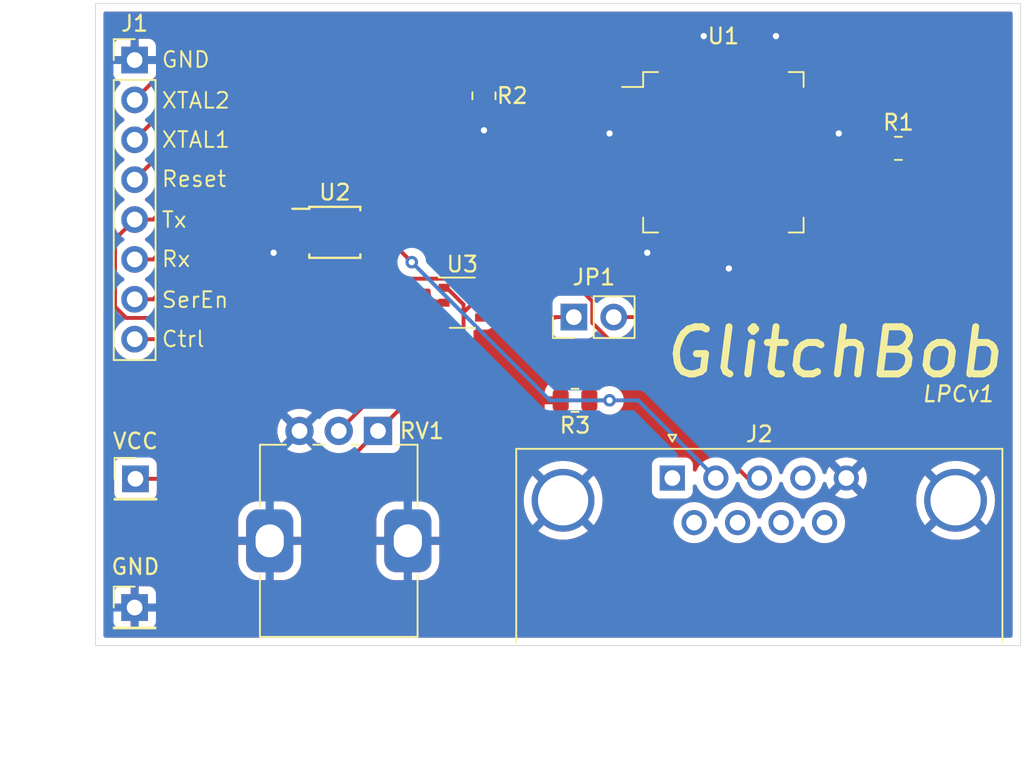
<source format=kicad_pcb>
(kicad_pcb (version 20211014) (generator pcbnew)
  (layers (0 "F.Cu" mixed) (31 "B.Cu" mixed) (34 "B.Paste" user) (35 "F.Paste" user) (36 "B.SilkS" user "B.Silkscreen") (37 "F.SilkS" user "F.Silkscreen") (38 "B.Mask" user) (39 "F.Mask" user) (44 "Edge.Cuts" user))
  (net 0 "")
  (net 1 "GND")
  (net 2 "/Ctrl")
  (net 3 "/XTAL1")
  (net 4 "/XTAL2")
  (net 5 "/Tx")
  (net 6 "/Rx")
  (net 7 "/Reset")
  (net 8 "/SerEn")
  (net 10 "Net-(J2-Pad2)")
  (net 11 "Net-(J2-Pad3)")
  (net 17 "/VCC.jp")
  (net 18 "/VCC.out")
  (net 19 "/ISP")
  (net 20 "VCC")
  (net 21 "Net-(RV1-Pad2)")
  (footprint "Resistor_SMD:R_0805_2012Metric" (layer "F.Cu") (at 152 71.4 -90)
    (fp_text reference "R2" (at 0 -1.8 180) (layer "F.SilkS"))
    (fp_text value "10K Ohm")
    (fp_line (start -0.227064 0.735) (end 0.227064 0.735) (layer "F.SilkS") (width 0.12))
    (fp_line (start -0.227064 -0.735) (end 0.227064 -0.735) (layer "F.SilkS") (width 0.12))
    (pad "1" smd roundrect (at -0.9125 0 270) (size 1.025 1.4) (layers "F.Cu" "F.Paste" "F.Mask") (roundrect_rratio 0.243902439) (net 7 "/Reset"))
    (pad "2" smd roundrect (at 0.9125 0 270) (size 1.025 1.4) (layers "F.Cu" "F.Paste" "F.Mask") (roundrect_rratio 0.243902439) (net 1 "GND"))
  )
  (footprint "Package_SO:TSSOP-8_3x3mm_P0.65mm" (layer "F.Cu") (at 142.5 80.1)
    (fp_text reference "U2" (at 0 -2.55) (layer "F.SilkS"))
    (fp_text value "74LVC2G66")
    (fp_line (start -1.625 1.625) (end -1.625 1.4) (layer "F.SilkS") (width 0.15))
    (fp_line (start 1.625 -1.625) (end 1.625 -1.4) (layer "F.SilkS") (width 0.15))
    (fp_line (start -1.625 -1.625) (end -1.625 -1.5) (layer "F.SilkS") (width 0.15))
    (fp_line (start -1.625 -1.5) (end -2.7 -1.5) (layer "F.SilkS") (width 0.15))
    (fp_line (start -1.625 -1.625) (end 1.625 -1.625) (layer "F.SilkS") (width 0.15))
    (fp_line (start 1.625 1.625) (end 1.625 1.4) (layer "F.SilkS") (width 0.15))
    (fp_line (start -1.625 1.625) (end 1.625 1.625) (layer "F.SilkS") (width 0.15))
    (pad "1" smd rect (at -2.15 -0.975) (size 1.1 0.4) (layers "F.Cu" "F.Paste" "F.Mask") (net 6 "/Rx"))
    (pad "2" smd rect (at -2.15 -0.325) (size 1.1 0.4) (layers "F.Cu" "F.Paste" "F.Mask") (net 11 "Net-(J2-Pad3)"))
    (pad "3" smd rect (at -2.15 0.325) (size 1.1 0.4) (layers "F.Cu" "F.Paste" "F.Mask") (net 8 "/SerEn"))
    (pad "4" smd rect (at -2.15 0.975) (size 1.1 0.4) (layers "F.Cu" "F.Paste" "F.Mask") (net 1 "GND"))
    (pad "5" smd rect (at 2.15 0.975) (size 1.1 0.4) (layers "F.Cu" "F.Paste" "F.Mask") (net 5 "/Tx"))
    (pad "6" smd rect (at 2.15 0.325) (size 1.1 0.4) (layers "F.Cu" "F.Paste" "F.Mask") (net 10 "Net-(J2-Pad2)"))
    (pad "7" smd rect (at 2.15 -0.325) (size 1.1 0.4) (layers "F.Cu" "F.Paste" "F.Mask") (net 8 "/SerEn"))
    (pad "8" smd rect (at 2.15 -0.975) (size 1.1 0.4) (layers "F.Cu" "F.Paste" "F.Mask") (net 20 "VCC"))
  )
  (footprint "Connector_PinHeader_2.54mm:PinHeader_1x01_P2.54mm_Vertical" (layer "F.Cu") (at 129.8 95.8)
    (fp_text reference "J3" hide)
    (fp_text value "Conn_01x01")
    (fp_line (start -1.33 1.33) (end 1.33 1.33) (layer "F.SilkS") (width 0.12))
    (fp_line (start -1.33 0) (end -1.33 -1.33) (layer "F.SilkS") (width 0.12))
    (fp_line (start -1.33 1.27) (end -1.33 1.33) (layer "F.SilkS") (width 0.12))
    (fp_line (start -1.33 -1.33) (end 0 -1.33) (layer "F.SilkS") (width 0.12))
    (fp_line (start -1.33 1.27) (end 1.33 1.27) (layer "F.SilkS") (width 0.12))
    (fp_line (start 1.33 1.27) (end 1.33 1.33) (layer "F.SilkS") (width 0.12))
    (pad "1" thru_hole rect (at 0 0) (size 1.7 1.7) (drill 1) (layers *.Cu *.Mask) (net 20 "VCC"))
  )
  (footprint "Connector_PinHeader_2.54mm:PinHeader_1x01_P2.54mm_Vertical" (layer "F.Cu") (at 129.75 104)
    (fp_text reference "J4" hide)
    (fp_text value "Conn_01x01")
    (fp_line (start -1.33 1.33) (end 1.33 1.33) (layer "F.SilkS") (width 0.12))
    (fp_line (start 1.33 1.27) (end 1.33 1.33) (layer "F.SilkS") (width 0.12))
    (fp_line (start -1.33 -1.33) (end 0 -1.33) (layer "F.SilkS") (width 0.12))
    (fp_line (start -1.33 0) (end -1.33 -1.33) (layer "F.SilkS") (width 0.12))
    (fp_line (start -1.33 1.27) (end 1.33 1.27) (layer "F.SilkS") (width 0.12))
    (fp_line (start -1.33 1.27) (end -1.33 1.33) (layer "F.SilkS") (width 0.12))
    (pad "1" thru_hole rect (at 0 0) (size 1.7 1.7) (drill 1) (layers *.Cu *.Mask) (net 1 "GND"))
  )
  (footprint "Connector_PinHeader_2.54mm:PinHeader_1x02_P2.54mm_Vertical" (layer "F.Cu") (at 157.725 85.5 90)
    (fp_text reference "JP1" (at 2.54 1.275 180) (layer "F.SilkS"))
    (fp_text value "Jumper_2_Bridged")
    (fp_line (start -1.33 -1.33) (end 0 -1.33) (layer "F.SilkS") (width 0.12))
    (fp_line (start -1.33 3.87) (end 1.33 3.87) (layer "F.SilkS") (width 0.12))
    (fp_line (start 1.33 1.27) (end 1.33 3.87) (layer "F.SilkS") (width 0.12))
    (fp_line (start -1.33 1.27) (end -1.33 3.87) (layer "F.SilkS") (width 0.12))
    (fp_line (start -1.33 1.27) (end 1.33 1.27) (layer "F.SilkS") (width 0.12))
    (fp_line (start -1.33 0) (end -1.33 -1.33) (layer "F.SilkS") (width 0.12))
    (pad "1" thru_hole rect (at 0 0 90) (size 1.7 1.7) (drill 1) (layers *.Cu *.Mask) (net 17 "/VCC.jp"))
    (pad "2" thru_hole oval (at 0 2.54 90) (size 1.7 1.7) (drill 1) (layers *.Cu *.Mask) (net 18 "/VCC.out"))
  )
  (footprint "Package_QFP:LQFP-64_10x10mm_P0.5mm" (layer "F.Cu") (at 167.25 75)
    (fp_text reference "U1" (at 0 -7.4) (layer "F.SilkS"))
    (fp_text value "LPC2142FBD64")
    (fp_line (start 4.16 5.11) (end 5.11 5.11) (layer "F.SilkS") (width 0.12))
    (fp_line (start 5.11 5.11) (end 5.11 4.16) (layer "F.SilkS") (width 0.12))
    (fp_line (start -4.16 -5.11) (end -5.11 -5.11) (layer "F.SilkS") (width 0.12))
    (fp_line (start -5.11 -5.11) (end -5.11 -4.16) (layer "F.SilkS") (width 0.12))
    (fp_line (start 4.16 -5.11) (end 5.11 -5.11) (layer "F.SilkS") (width 0.12))
    (fp_line (start 5.11 -5.11) (end 5.11 -4.16) (layer "F.SilkS") (width 0.12))
    (fp_line (start -5.11 -4.16) (end -6.45 -4.16) (layer "F.SilkS") (width 0.12))
    (fp_line (start -5.11 5.11) (end -5.11 4.16) (layer "F.SilkS") (width 0.12))
    (fp_line (start -4.16 5.11) (end -5.11 5.11) (layer "F.SilkS") (width 0.12))
    (pad "1" smd roundrect (at -5.675 -3.75) (size 1.55 0.3) (layers "F.Cu" "F.Paste" "F.Mask"))
    (pad "2" smd roundrect (at -5.675 -3.25) (size 1.55 0.3) (layers "F.Cu" "F.Paste" "F.Mask"))
    (pad "3" smd roundrect (at -5.675 -2.75) (size 1.55 0.3) (layers "F.Cu" "F.Paste" "F.Mask"))
    (pad "4" smd roundrect (at -5.675 -2.25) (size 1.55 0.3) (layers "F.Cu" "F.Paste" "F.Mask"))
    (pad "5" smd roundrect (at -5.675 -1.75) (size 1.55 0.3) (layers "F.Cu" "F.Paste" "F.Mask"))
    (pad "6" smd roundrect (at -5.675 -1.25) (size 1.55 0.3) (layers "F.Cu" "F.Paste" "F.Mask") (net 1 "GND"))
    (pad "7" smd roundrect (at -5.675 -0.75) (size 1.55 0.3) (layers "F.Cu" "F.Paste" "F.Mask") (net 18 "/VCC.out"))
    (pad "8" smd roundrect (at -5.675 -0.25) (size 1.55 0.3) (layers "F.Cu" "F.Paste" "F.Mask"))
    (pad "9" smd roundrect (at -5.675 0.25) (size 1.55 0.3) (layers "F.Cu" "F.Paste" "F.Mask"))
    (pad "10" smd roundrect (at -5.675 0.75) (size 1.55 0.3) (layers "F.Cu" "F.Paste" "F.Mask"))
    (pad "11" smd roundrect (at -5.675 1.25) (size 1.55 0.3) (layers "F.Cu" "F.Paste" "F.Mask"))
    (pad "12" smd roundrect (at -5.675 1.75) (size 1.55 0.3) (layers "F.Cu" "F.Paste" "F.Mask"))
    (pad "13" smd roundrect (at -5.675 2.25) (size 1.55 0.3) (layers "F.Cu" "F.Paste" "F.Mask"))
    (pad "14" smd roundrect (at -5.675 2.75) (size 1.55 0.3) (layers "F.Cu" "F.Paste" "F.Mask"))
    (pad "15" smd roundrect (at -5.675 3.25) (size 1.55 0.3) (layers "F.Cu" "F.Paste" "F.Mask"))
    (pad "16" smd roundrect (at -5.675 3.75) (size 1.55 0.3) (layers "F.Cu" "F.Paste" "F.Mask"))
    (pad "17" smd roundrect (at -3.75 5.675) (size 0.3 1.55) (layers "F.Cu" "F.Paste" "F.Mask"))
    (pad "18" smd roundrect (at -3.25 5.675) (size 0.3 1.55) (layers "F.Cu" "F.Paste" "F.Mask") (net 1 "GND"))
    (pad "19" smd roundrect (at -2.75 5.675) (size 0.3 1.55) (layers "F.Cu" "F.Paste" "F.Mask") (net 5 "/Tx"))
    (pad "20" smd roundrect (at -2.25 5.675) (size 0.3 1.55) (layers "F.Cu" "F.Paste" "F.Mask"))
    (pad "21" smd roundrect (at -1.75 5.675) (size 0.3 1.55) (layers "F.Cu" "F.Paste" "F.Mask") (net 6 "/Rx"))
    (pad "22" smd roundrect (at -1.25 5.675) (size 0.3 1.55) (layers "F.Cu" "F.Paste" "F.Mask"))
    (pad "23" smd roundrect (at -0.75 5.675) (size 0.3 1.55) (layers "F.Cu" "F.Paste" "F.Mask") (net 18 "/VCC.out"))
    (pad "24" smd roundrect (at -0.25 5.675) (size 0.3 1.55) (layers "F.Cu" "F.Paste" "F.Mask"))
    (pad "25" smd roundrect (at 0.25 5.675) (size 0.3 1.55) (layers "F.Cu" "F.Paste" "F.Mask") (net 1 "GND"))
    (pad "26" smd roundrect (at 0.75 5.675) (size 0.3 1.55) (layers "F.Cu" "F.Paste" "F.Mask"))
    (pad "27" smd roundrect (at 1.25 5.675) (size 0.3 1.55) (layers "F.Cu" "F.Paste" "F.Mask"))
    (pad "28" smd roundrect (at 1.75 5.675) (size 0.3 1.55) (layers "F.Cu" "F.Paste" "F.Mask"))
    (pad "29" smd roundrect (at 2.25 5.675) (size 0.3 1.55) (layers "F.Cu" "F.Paste" "F.Mask"))
    (pad "30" smd roundrect (at 2.75 5.675) (size 0.3 1.55) (layers "F.Cu" "F.Paste" "F.Mask"))
    (pad "31" smd roundrect (at 3.25 5.675) (size 0.3 1.55) (layers "F.Cu" "F.Paste" "F.Mask"))
    (pad "32" smd roundrect (at 3.75 5.675) (size 0.3 1.55) (layers "F.Cu" "F.Paste" "F.Mask"))
    (pad "33" smd roundrect (at 5.675 3.75) (size 1.55 0.3) (layers "F.Cu" "F.Paste" "F.Mask"))
    (pad "34" smd roundrect (at 5.675 3.25) (size 1.55 0.3) (layers "F.Cu" "F.Paste" "F.Mask"))
    (pad "35" smd roundrect (at 5.675 2.75) (size 1.55 0.3) (layers "F.Cu" "F.Paste" "F.Mask"))
    (pad "36" smd roundrect (at 5.675 2.25) (size 1.55 0.3) (layers "F.Cu" "F.Paste" "F.Mask"))
    (pad "37" smd roundrect (at 5.675 1.75) (size 1.55 0.3) (layers "F.Cu" "F.Paste" "F.Mask"))
    (pad "38" smd roundrect (at 5.675 1.25) (size 1.55 0.3) (layers "F.Cu" "F.Paste" "F.Mask"))
    (pad "39" smd roundrect (at 5.675 0.75) (size 1.55 0.3) (layers "F.Cu" "F.Paste" "F.Mask"))
    (pad "40" smd roundrect (at 5.675 0.25) (size 1.55 0.3) (layers "F.Cu" "F.Paste" "F.Mask"))
    (pad "41" smd roundrect (at 5.675 -0.25) (size 1.55 0.3) (layers "F.Cu" "F.Paste" "F.Mask") (net 19 "/ISP"))
    (pad "42" smd roundrect (at 5.675 -0.75) (size 1.55 0.3) (layers "F.Cu" "F.Paste" "F.Mask") (net 1 "GND"))
    (pad "43" smd roundrect (at 5.675 -1.25) (size 1.55 0.3) (layers "F.Cu" "F.Paste" "F.Mask") (net 18 "/VCC.out"))
    (pad "44" smd roundrect (at 5.675 -1.75) (size 1.55 0.3) (layers "F.Cu" "F.Paste" "F.Mask"))
    (pad "45" smd roundrect (at 5.675 -2.25) (size 1.55 0.3) (layers "F.Cu" "F.Paste" "F.Mask"))
    (pad "46" smd roundrect (at 5.675 -2.75) (size 1.55 0.3) (layers "F.Cu" "F.Paste" "F.Mask"))
    (pad "47" smd roundrect (at 5.675 -3.25) (size 1.55 0.3) (layers "F.Cu" "F.Paste" "F.Mask"))
    (pad "48" smd roundrect (at 5.675 -3.75) (size 1.55 0.3) (layers "F.Cu" "F.Paste" "F.Mask"))
    (pad "49" smd roundrect (at 3.75 -5.675) (size 0.3 1.55) (layers "F.Cu" "F.Paste" "F.Mask"))
    (pad "50" smd roundrect (at 3.25 -5.675) (size 0.3 1.55) (layers "F.Cu" "F.Paste" "F.Mask") (net 1 "GND"))
    (pad "51" smd roundrect (at 2.75 -5.675) (size 0.3 1.55) (layers "F.Cu" "F.Paste" "F.Mask") (net 18 "/VCC.out"))
    (pad "52" smd roundrect (at 2.25 -5.675) (size 0.3 1.55) (layers "F.Cu" "F.Paste" "F.Mask"))
    (pad "53" smd roundrect (at 1.75 -5.675) (size 0.3 1.55) (layers "F.Cu" "F.Paste" "F.Mask"))
    (pad "54" smd roundrect (at 1.25 -5.675) (size 0.3 1.55) (layers "F.Cu" "F.Paste" "F.Mask"))
    (pad "55" smd roundrect (at 0.75 -5.675) (size 0.3 1.55) (layers "F.Cu" "F.Paste" "F.Mask"))
    (pad "56" smd roundrect (at 0.25 -5.675) (size 0.3 1.55) (layers "F.Cu" "F.Paste" "F.Mask"))
    (pad "57" smd roundrect (at -0.25 -5.675) (size 0.3 1.55) (layers "F.Cu" "F.Paste" "F.Mask") (net 7 "/Reset"))
    (pad "58" smd roundrect (at -0.75 -5.675) (size 0.3 1.55) (layers "F.Cu" "F.Paste" "F.Mask"))
    (pad "59" smd roundrect (at -1.25 -5.675) (size 0.3 1.55) (layers "F.Cu" "F.Paste" "F.Mask") (net 1 "GND"))
    (pad "60" smd roundrect (at -1.75 -5.675) (size 0.3 1.55) (layers "F.Cu" "F.Paste" "F.Mask"))
    (pad "61" smd roundrect (at -2.25 -5.675) (size 0.3 1.55) (layers "F.Cu" "F.Paste" "F.Mask") (net 4 "/XTAL2"))
    (pad "62" smd roundrect (at -2.75 -5.675) (size 0.3 1.55) (layers "F.Cu" "F.Paste" "F.Mask") (net 3 "/XTAL1"))
    (pad "63" smd roundrect (at -3.25 -5.675) (size 0.3 1.55) (layers "F.Cu" "F.Paste" "F.Mask"))
    (pad "64" smd roundrect (at -3.75 -5.675) (size 0.3 1.55) (layers "F.Cu" "F.Paste" "F.Mask"))
  )
  (footprint "Resistor_SMD:R_0805_2012Metric" (layer "F.Cu") (at 178.4 74.75)
    (fp_text reference "R1" (at 0 -1.65) (layer "F.SilkS"))
    (fp_text value "10K Ohm")
    (fp_line (start -0.227064 -0.735) (end 0.227064 -0.735) (layer "F.SilkS") (width 0.12))
    (fp_line (start -0.227064 0.735) (end 0.227064 0.735) (layer "F.SilkS") (width 0.12))
    (pad "1" smd roundrect (at -0.9125 0) (size 1.025 1.4) (layers "F.Cu" "F.Paste" "F.Mask") (roundrect_rratio 0.243902439) (net 19 "/ISP"))
    (pad "2" smd roundrect (at 0.9125 0) (size 1.025 1.4) (layers "F.Cu" "F.Paste" "F.Mask") (roundrect_rratio 0.243902439) (net 1 "GND"))
  )
  (footprint "Connector_PinHeader_2.54mm:PinHeader_1x08_P2.54mm_Vertical" (layer "F.Cu") (at 129.75 69.125)
    (fp_text reference "J1" (at 0 -2.33) (layer "F.SilkS"))
    (fp_text value "Conn_02x04_Odd_Even")
    (fp_line (start -1.33 0) (end -1.33 -1.33) (layer "F.SilkS") (width 0.12))
    (fp_line (start -1.33 1.27) (end 1.33 1.27) (layer "F.SilkS") (width 0.12))
    (fp_line (start -1.33 19.11) (end 1.33 19.11) (layer "F.SilkS") (width 0.12))
    (fp_line (start -1.33 -1.33) (end 0 -1.33) (layer "F.SilkS") (width 0.12))
    (fp_line (start 1.33 1.27) (end 1.33 19.11) (layer "F.SilkS") (width 0.12))
    (fp_line (start -1.33 1.27) (end -1.33 19.11) (layer "F.SilkS") (width 0.12))
    (pad "1" thru_hole rect (at 0 0) (size 1.7 1.7) (drill 1) (layers *.Cu *.Mask) (net 1 "GND"))
    (pad "2" thru_hole oval (at 0 2.54) (size 1.7 1.7) (drill 1) (layers *.Cu *.Mask) (net 4 "/XTAL2"))
    (pad "3" thru_hole oval (at 0 5.08) (size 1.7 1.7) (drill 1) (layers *.Cu *.Mask) (net 3 "/XTAL1"))
    (pad "4" thru_hole oval (at 0 7.62) (size 1.7 1.7) (drill 1) (layers *.Cu *.Mask) (net 7 "/Reset"))
    (pad "5" thru_hole oval (at 0 10.16) (size 1.7 1.7) (drill 1) (layers *.Cu *.Mask) (net 5 "/Tx"))
    (pad "6" thru_hole oval (at 0 12.7) (size 1.7 1.7) (drill 1) (layers *.Cu *.Mask) (net 6 "/Rx"))
    (pad "7" thru_hole oval (at 0 15.24) (size 1.7 1.7) (drill 1) (layers *.Cu *.Mask) (net 8 "/SerEn"))
    (pad "8" thru_hole oval (at 0 17.78) (size 1.7 1.7) (drill 1) (layers *.Cu *.Mask) (net 2 "/Ctrl"))
  )
  (footprint "Resistor_SMD:R_0805_2012Metric" (layer "F.Cu") (at 157.8 90.8 180)
    (fp_text reference "R3" (at 0 -1.6) (layer "F.SilkS"))
    (fp_text value "10K Ohm")
    (fp_line (start -0.227064 0.735) (end 0.227064 0.735) (layer "F.SilkS") (width 0.12))
    (fp_line (start -0.227064 -0.735) (end 0.227064 -0.735) (layer "F.SilkS") (width 0.12))
    (pad "1" smd roundrect (at -0.9125 0 180) (size 1.025 1.4) (layers "F.Cu" "F.Paste" "F.Mask") (roundrect_rratio 0.243902439) (net 10 "Net-(J2-Pad2)"))
    (pad "2" smd roundrect (at 0.9125 0 180) (size 1.025 1.4) (layers "F.Cu" "F.Paste" "F.Mask") (roundrect_rratio 0.243902439) (net 1 "GND"))
  )
  (footprint "Potentiometer_THT:Potentiometer_Alps_RK09K_Single_Vertical" (layer "F.Cu") (at 145.25 92.75 -90)
    (fp_text reference "RV1" (at 0 -2.794 180) (layer "F.SilkS"))
    (fp_text value "10K Ohm")
    (fp_line (start 0.88 5.87) (end 0.88 7.52) (layer "F.SilkS") (width 0.12))
    (fp_line (start 0.88 -2.521) (end 0.88 -1.2) (layer "F.SilkS") (width 0.12))
    (fp_line (start 9.184 7.52) (end 13.12 7.52) (layer "F.SilkS") (width 0.12))
    (fp_line (start 0.88 7.52) (end 4.817 7.52) (layer "F.SilkS") (width 0.12))
    (fp_line (start 0.88 3.371) (end 0.88 4.13) (layer "F.SilkS") (width 0.12))
    (fp_line (start 13.12 -2.521) (end 13.12 7.52) (layer "F.SilkS") (width 0.12))
    (fp_line (start 9.184 -2.521) (end 13.12 -2.521) (layer "F.SilkS") (width 0.12))
    (fp_line (start 0.88 -2.521) (end 4.817 -2.521) (layer "F.SilkS") (width 0.12))
    (fp_line (start 0.88 1.25) (end 0.88 1.63) (layer "F.SilkS") (width 0.12))
    (pad "1" thru_hole rect (at 0 0 270) (size 1.8 1.8) (drill 1) (layers *.Cu *.Mask) (net 20 "VCC"))
    (pad "2" thru_hole circle (at 0 2.5 270) (size 1.8 1.8) (drill 1) (layers *.Cu *.Mask) (net 21 "Net-(RV1-Pad2)"))
    (pad "3" thru_hole circle (at 0 5 270) (size 1.8 1.8) (drill 1) (layers *.Cu *.Mask) (net 1 "GND"))
    (pad "MP" thru_hole roundrect (at 7 -1.9 270) (size 4 3) (drill oval 2.1 1.8) (layers *.Cu *.Mask) (net 1 "GND"))
    (pad "MP" thru_hole roundrect (at 7 6.9 270) (size 4 3) (drill oval 2.1 1.8) (layers *.Cu *.Mask) (net 1 "GND"))
  )
  (footprint "Connector_Dsub:DSUB-9_Male_Horizontal_P2.77x2.84mm_EdgePinOffset7.70mm_Housed_MountingHolesOffset9.12mm" (layer "F.Cu") (at 164 95.75)
    (fp_text reference "J2" (at 5.54 -2.8) (layer "F.SilkS"))
    (fp_text value "DB9_Male")
    (fp_line (start 0 -2.321325) (end -0.25 -2.754338) (layer "F.SilkS") (width 0.12))
    (fp_line (start -9.945 -1.86) (end 21.025 -1.86) (layer "F.SilkS") (width 0.12))
    (fp_line (start -9.945 10.48) (end -9.945 -1.86) (layer "F.SilkS") (width 0.12))
    (fp_line (start 21.025 -1.86) (end 21.025 10.48) (layer "F.SilkS") (width 0.12))
    (fp_line (start -0.25 -2.754338) (end 0.25 -2.754338) (layer "F.SilkS") (width 0.12))
    (fp_line (start 0.25 -2.754338) (end 0 -2.321325) (layer "F.SilkS") (width 0.12))
    (pad "0" thru_hole circle (at -6.96 1.42) (size 4 4) (drill 3.2) (layers *.Cu *.Mask) (net 1 "GND"))
    (pad "0" thru_hole circle (at 18.04 1.42) (size 4 4) (drill 3.2) (layers *.Cu *.Mask) (net 1 "GND"))
    (pad "1" thru_hole rect (at 0 0) (size 1.6 1.6) (drill 1) (layers *.Cu *.Mask))
    (pad "2" thru_hole circle (at 2.77 0) (size 1.6 1.6) (drill 1) (layers *.Cu *.Mask) (net 10 "Net-(J2-Pad2)"))
    (pad "3" thru_hole circle (at 5.54 0) (size 1.6 1.6) (drill 1) (layers *.Cu *.Mask) (net 11 "Net-(J2-Pad3)"))
    (pad "4" thru_hole circle (at 8.31 0) (size 1.6 1.6) (drill 1) (layers *.Cu *.Mask))
    (pad "5" thru_hole circle (at 11.08 0) (size 1.6 1.6) (drill 1) (layers *.Cu *.Mask) (net 1 "GND"))
    (pad "6" thru_hole circle (at 1.385 2.84) (size 1.6 1.6) (drill 1) (layers *.Cu *.Mask))
    (pad "7" thru_hole circle (at 4.155 2.84) (size 1.6 1.6) (drill 1) (layers *.Cu *.Mask))
    (pad "8" thru_hole circle (at 6.925 2.84) (size 1.6 1.6) (drill 1) (layers *.Cu *.Mask))
    (pad "9" thru_hole circle (at 9.695 2.84) (size 1.6 1.6) (drill 1) (layers *.Cu *.Mask))
  )
  (footprint "Package_SO:TSOP-6_1.65x3.05mm_P0.95mm" (layer "F.Cu") (at 150.622 84.582)
    (fp_text reference "U3" (at 0 -2.45) (layer "F.SilkS"))
    (fp_text value "74LVC1G3157")
    (fp_line (start -0.8 1.6) (end 0.8 1.6) (layer "F.SilkS") (width 0.12))
    (fp_line (start 0.8 -1.6) (end -1.5 -1.6) (layer "F.SilkS") (width 0.12))
    (pad "1" smd rect (at -1.16 -0.95) (size 0.7 0.51) (layers "F.Cu" "F.Paste" "F.Mask") (net 20 "VCC"))
    (pad "2" smd rect (at -1.16 0) (size 0.7 0.51) (layers "F.Cu" "F.Paste" "F.Mask") (net 1 "GND"))
    (pad "3" smd rect (at -1.16 0.95) (size 0.7 0.51) (layers "F.Cu" "F.Paste" "F.Mask") (net 21 "Net-(RV1-Pad2)"))
    (pad "4" smd rect (at 1.16 0.95) (size 0.7 0.51) (layers "F.Cu" "F.Paste" "F.Mask") (net 17 "/VCC.jp"))
    (pad "5" smd rect (at 1.16 0) (size 0.7 0.51) (layers "F.Cu" "F.Paste" "F.Mask") (net 20 "VCC"))
    (pad "6" smd rect (at 1.16 -0.95) (size 0.7 0.51) (layers "F.Cu" "F.Paste" "F.Mask") (net 2 "/Ctrl"))
  )
  (gr_line (start 127.254 106.426) (end 127.254 65.532) (layer "Edge.Cuts") (width 0.05))
  (gr_line (start 186.182 106.426) (end 127.254 106.426) (layer "Edge.Cuts") (width 0.05))
  (gr_line (start 127.254 65.532) (end 186.182 65.532) (layer "Edge.Cuts") (width 0.05))
  (gr_line (start 186.182 65.532) (end 186.182 106.426) (layer "Edge.Cuts") (width 0.05))
  (gr_text "VCC" (at 129.8 93.4) (layer "F.SilkS") (effects (font (size 1 1))))
  (gr_text "LPCv1" (at 182.2 90.4) (layer "F.SilkS") (effects (font (size 1 1) (thickness 0.15) italic)))
  (gr_text "GND" (at 129.8 101.4) (layer "F.SilkS") (effects (font (size 1 1))))
  (gr_text "XTAL1" (at 131.4 74.2) (layer "F.SilkS") (effects (font (size 1 1) (thickness 0.125)) (justify left)))
  (gr_text "Ctrl" (at 131.4 86.9) (layer "F.SilkS") (effects (font (size 1 1) (thickness 0.125)) (justify left)))
  (gr_text "Tx" (at 131.4 79.3) (layer "F.SilkS") (effects (font (size 1 1) (thickness 0.125)) (justify left)))
  (gr_text "GlitchBob" (at 174.25 87.75) (layer "F.SilkS") (effects (font (size 3 3) (thickness 0.45) italic)))
  (gr_text "XTAL2" (at 131.4 71.7) (layer "F.SilkS") (effects (font (size 1 1) (thickness 0.125)) (justify left)))
  (gr_text "Reset" (at 131.4 76.7) (layer "F.SilkS") (effects (font (size 1 1) (thickness 0.125)) (justify left)))
  (gr_text "Rx" (at 131.4 81.8) (layer "F.SilkS") (effects (font (size 1 1) (thickness 0.125)) (justify left)))
  (gr_text "GND" (at 131.4 69.1) (layer "F.SilkS") (effects (font (size 1 1) (thickness 0.125)) (justify left)))
  (gr_text "SerEn" (at 131.4 84.4) (layer "F.SilkS") (effects (font (size 1 1) (thickness 0.125)) (justify left)))
  (segment (start 162.4 81.4) (end 162.775 81.775) (width 0.25) (layer "F.Cu") (net 1))
  (segment (start 163.740685 81.775) (end 164 81.515685) (width 0.25) (layer "F.Cu") (net 1))
  (segment (start 160.05 73.75) (end 161.575 73.75) (width 0.25) (layer "F.Cu") (net 1))
  (segment (start 164 81.515685) (end 164 80.675) (width 0.25) (layer "F.Cu") (net 1))
  (segment (start 160 73.8) (end 160.05 73.75) (width 0.25) (layer "F.Cu") (net 1))
  (segment (start 138.925 81.075) (end 138.6 81.4) (width 0.25) (layer "F.Cu") (net 1))
  (segment (start 140.35 81.075) (end 138.925 81.075) (width 0.25) (layer "F.Cu") (net 1))
  (segment (start 167.5 82.3) (end 167.5 80.675) (width 0.25) (layer "F.Cu") (net 1))
  (segment (start 166 67.8) (end 166 67.6) (width 0.25) (layer "F.Cu") (net 1))
  (segment (start 170.5 67.7) (end 170.5 69.325) (width 0.25) (layer "F.Cu") (net 1))
  (segment (start 172.925 74.25) (end 174.15 74.25) (width 0.25) (layer "F.Cu") (net 1))
  (segment (start 174.15 74.25) (end 174.6 73.8) (width 0.25) (layer "F.Cu") (net 1))
  (segment (start 167.6 82.4) (end 167.5 82.3) (width 0.25) (layer "F.Cu") (net 1))
  (segment (start 170.6 67.6) (end 170.5 67.7) (width 0.25) (layer "F.Cu") (net 1))
  (segment (start 166 69.325) (end 166 67.8) (width 0.25) (layer "F.Cu") (net 1))
  (segment (start 162.775 81.775) (end 163.740685 81.775) (width 0.25) (layer "F.Cu") (net 1))
  (via (at 138.6 81.4) (size 0.8) (drill 0.4) (layers "F.Cu" "B.Cu") (net 1))
  (via (at 162.4 81.4) (size 0.8) (drill 0.4) (layers "F.Cu" "B.Cu") (net 1))
  (via (at 170.6 67.6) (size 0.8) (drill 0.4) (layers "F.Cu" "B.Cu") (net 1))
  (via (at 174.6 73.8) (size 0.8) (drill 0.4) (layers "F.Cu" "B.Cu") (net 1))
  (via (at 167.6 82.4) (size 0.8) (drill 0.4) (layers "F.Cu" "B.Cu") (net 1))
  (via (at 166 67.6) (size 0.8) (drill 0.4) (layers "F.Cu" "B.Cu") (net 1))
  (via (at 152 73.6) (size 0.8) (drill 0.4) (layers "F.Cu" "B.Cu") (net 1))
  (via (at 160 73.8) (size 0.8) (drill 0.4) (layers "F.Cu" "B.Cu") (net 1))
  (segment (start 151.782 83.632) (end 151.2019 83.0519) (width 0.25) (layer "F.Cu") (net 2))
  (segment (start 137.895 86.905) (end 129.75 86.905) (width 0.25) (layer "F.Cu") (net 2))
  (segment (start 141.7481 83.0519) (end 137.895 86.905) (width 0.25) (layer "F.Cu") (net 2))
  (segment (start 151.2019 83.0519) (end 141.7481 83.0519) (width 0.25) (layer "F.Cu") (net 2))
  (segment (start 129.75 74.205) (end 135.755 68.2) (width 0.25) (layer "F.Cu") (net 3))
  (segment (start 164.5 68.484315) (end 164.5 69.325) (width 0.25) (layer "F.Cu") (net 3))
  (segment (start 164.215685 68.2) (end 164.5 68.484315) (width 0.25) (layer "F.Cu") (net 3))
  (segment (start 135.755 68.2) (end 164.215685 68.2) (width 0.25) (layer "F.Cu") (net 3))
  (segment (start 134.015 67.4) (end 129.75 71.665) (width 0.25) (layer "F.Cu") (net 4))
  (segment (start 164.4 67.4) (end 134.015 67.4) (width 0.25) (layer "F.Cu") (net 4))
  (segment (start 165 68) (end 164.4 67.4) (width 0.25) (layer "F.Cu") (net 4))
  (segment (start 165 69.325) (end 165 68) (width 0.25) (layer "F.Cu") (net 4))
  (segment (start 164.2161 79.5095) (end 156.3095 79.5095) (width 0.25) (layer "F.Cu") (net 5))
  (segment (start 128.5 84.8388) (end 128.5 80.535) (width 0.25) (layer "F.Cu") (net 5))
  (segment (start 137.6492 85.5508) (end 142.125 81.075) (width 0.25) (layer "F.Cu") (net 5))
  (segment (start 164.5 80.675) (end 164.5 79.7934) (width 0.25) (layer "F.Cu") (net 5))
  (segment (start 154 77.2) (end 133.0101 77.2) (width 0.25) (layer "F.Cu") (net 5))
  (segment (start 129.212 85.5508) (end 137.6492 85.5508) (width 0.25) (layer "F.Cu") (net 5))
  (segment (start 128.5 80.535) (end 129.75 79.285) (width 0.25) (layer "F.Cu") (net 5))
  (segment (start 133.0101 77.2) (end 130.9251 79.285) (width 0.25) (layer "F.Cu") (net 5))
  (segment (start 156.3095 79.5095) (end 154 77.2) (width 0.25) (layer "F.Cu") (net 5))
  (segment (start 142.125 81.075) (end 144.65 81.075) (width 0.25) (layer "F.Cu") (net 5))
  (segment (start 128.5 84.8388) (end 129.212 85.5508) (width 0.25) (layer "F.Cu") (net 5))
  (segment (start 130.9251 79.285) (end 129.75 79.285) (width 0.25) (layer "F.Cu") (net 5))
  (segment (start 164.5 79.7934) (end 164.2161 79.5095) (width 0.25) (layer "F.Cu") (net 5))
  (segment (start 141.2251 79.125) (end 140.35 79.125) (width 0.25) (layer "F.Cu") (net 6))
  (segment (start 153.4 77.8) (end 142.5501 77.8) (width 0.25) (layer "F.Cu") (net 6))
  (segment (start 142.5501 77.8) (end 141.2251 79.125) (width 0.25) (layer "F.Cu") (net 6))
  (segment (start 164.4175 82.6) (end 158.2 82.6) (width 0.25) (layer "F.Cu") (net 6))
  (segment (start 165.5 81.5175) (end 164.4175 82.6) (width 0.25) (layer "F.Cu") (net 6))
  (segment (start 133.6251 79.125) (end 140.35 79.125) (width 0.25) (layer "F.Cu") (net 6))
  (segment (start 165.5 80.675) (end 165.5 81.5175) (width 0.25) (layer "F.Cu") (net 6))
  (segment (start 130.9251 81.825) (end 133.6251 79.125) (width 0.25) (layer "F.Cu") (net 6))
  (segment (start 158.2 82.6) (end 153.4 77.8) (width 0.25) (layer "F.Cu") (net 6))
  (segment (start 129.75 81.825) (end 130.9251 81.825) (width 0.25) (layer "F.Cu") (net 6))
  (segment (start 167 70.300001) (end 166.875001 70.425) (width 0.25) (layer "F.Cu") (net 7))
  (segment (start 166.875001 70.425) (end 152.0625 70.425) (width 0.25) (layer "F.Cu") (net 7))
  (segment (start 167 69.325) (end 167 70.300001) (width 0.25) (layer "F.Cu") (net 7))
  (segment (start 152.0625 70.425) (end 152 70.4875) (width 0.25) (layer "F.Cu") (net 7))
  (segment (start 136.0075 70.4875) (end 129.75 76.745) (width 0.25) (layer "F.Cu") (net 7))
  (segment (start 152 70.4875) (end 136.0075 70.4875) (width 0.25) (layer "F.Cu") (net 7))
  (segment (start 144.65 79.775) (end 142.6153 79.775) (width 0.25) (layer "F.Cu") (net 8))
  (segment (start 130.9251 84.365) (end 134.8651 80.425) (width 0.25) (layer "F.Cu") (net 8))
  (segment (start 142.6153 79.775) (end 141.9653 80.425) (width 0.25) (layer "F.Cu") (net 8))
  (segment (start 129.75 84.365) (end 130.9251 84.365) (width 0.25) (layer "F.Cu") (net 8))
  (segment (start 134.8651 80.425) (end 140.35 80.425) (width 0.25) (layer "F.Cu") (net 8))
  (segment (start 141.9653 80.425) (end 140.35 80.425) (width 0.25) (layer "F.Cu") (net 8))
  (segment (start 158.7125 90.8) (end 160 90.8) (width 0.25) (layer "F.Cu") (net 10))
  (segment (start 144.65 80.425) (end 145.825 80.425) (width 0.25) (layer "F.Cu") (net 10))
  (segment (start 145.825 80.425) (end 147.4 82) (width 0.25) (layer "F.Cu") (net 10))
  (via (at 160 90.8) (size 0.8) (drill 0.4) (layers "F.Cu" "B.Cu") (net 10))
  (via (at 147.4 82) (size 0.8) (drill 0.4) (layers "F.Cu" "B.Cu") (net 10))
  (segment (start 160 90.8) (end 161.82 90.8) (width 0.25) (layer "B.Cu") (net 10))
  (segment (start 156.2 90.8) (end 147.4 82) (width 0.25) (layer "B.Cu") (net 10))
  (segment (start 160 90.8) (end 156.2 90.8) (width 0.25) (layer "B.Cu") (net 10))
  (segment (start 161.82 90.8) (end 166.77 95.75) (width 0.25) (layer "B.Cu") (net 10))
  (segment (start 158.9002 84.4855) (end 153.0145 78.5998) (width 0.25) (layer "F.Cu") (net 11))
  (segment (start 141.6988 79.775) (end 140.35 79.775) (width 0.25) (layer "F.Cu") (net 11))
  (segment (start 153.0145 78.5998) (end 142.874 78.5998) (width 0.25) (layer "F.Cu") (net 11))
  (segment (start 158.9002 85.8627) (end 158.9002 84.4855) (width 0.25) (layer "F.Cu") (net 11))
  (segment (start 169.54 95.75) (end 168.7875 95.75) (width 0.25) (layer "F.Cu") (net 11))
  (segment (start 142.874 78.5998) (end 141.6988 79.775) (width 0.25) (layer "F.Cu") (net 11))
  (segment (start 168.7875 95.75) (end 158.9002 85.8627) (width 0.25) (layer "F.Cu") (net 11))
  (segment (start 156.5179 85.532) (end 156.5499 85.5) (width 0.25) (layer "F.Cu") (net 17))
  (segment (start 157.725 85.5) (end 156.5499 85.5) (width 0.25) (layer "F.Cu") (net 17))
  (segment (start 151.782 85.532) (end 156.5179 85.532) (width 0.25) (layer "F.Cu") (net 17))
  (segment (start 166.5 80.675) (end 166.5 77.4) (width 0.25) (layer "F.Cu") (net 18))
  (segment (start 170 69.325) (end 170 71.727) (width 0.25) (layer "F.Cu") (net 18))
  (segment (start 166.5 77.3) (end 170 73.8) (width 0.25) (layer "F.Cu") (net 18))
  (segment (start 170 73.75) (end 172.925 73.75) (width 0.25) (layer "F.Cu") (net 18))
  (segment (start 170 71.727) (end 170 73.75) (width 0.25) (layer "F.Cu") (net 18))
  (segment (start 162.5443 85.5) (end 160.265 85.5) (width 0.25) (layer "F.Cu") (net 18))
  (segment (start 170 73.8) (end 170 73.75) (width 0.25) (layer "F.Cu") (net 18))
  (segment (start 166.5 80.675) (end 166.5 81.5443) (width 0.25) (layer "F.Cu") (net 18))
  (segment (start 163.45 74.25) (end 161.575 74.25) (width 0.25) (layer "F.Cu") (net 18))
  (segment (start 166.5 77.3) (end 166.5 77.4) (width 0.25) (layer "F.Cu") (net 18))
  (segment (start 166.5 81.5443) (end 162.5443 85.5) (width 0.25) (layer "F.Cu") (net 18))
  (segment (start 166.5 77.3) (end 163.45 74.25) (width 0.25) (layer "F.Cu") (net 18))
  (segment (start 172.925 74.75) (end 177.4875 74.75) (width 0.25) (layer "F.Cu") (net 19))
  (segment (start 151.5516 84.582) (end 151.3212 84.582) (width 0.25) (layer "F.Cu") (net 20))
  (segment (start 150.7 85.2032) (end 150.7 84.7) (width 0.25) (layer "F.Cu") (net 20))
  (segment (start 150.7 85.2032) (end 150.7 87.3) (width 0.25) (layer "F.Cu") (net 20))
  (segment (start 150.7 87.3) (end 145.25 92.75) (width 0.25) (layer "F.Cu") (net 20))
  (segment (start 151.782 84.582) (end 151.5516 84.582) (width 0.25) (layer "F.Cu") (net 20))
  (segment (start 151.3212 84.582) (end 151.2042 84.699) (width 0.25) (layer "F.Cu") (net 20))
  (segment (start 149.725 79.125) (end 152.457 81.857) (width 0.25) (layer "F.Cu") (net 20))
  (segment (start 129.8 95.8) (end 142.2 95.8) (width 0.25) (layer "F.Cu") (net 20))
  (segment (start 142.2 95.8) (end 145.25 92.75) (width 0.25) (layer "F.Cu") (net 20))
  (segment (start 150.7 84.7) (end 149.632 83.632) (width 0.25) (layer "F.Cu") (net 20))
  (segment (start 149.632 83.632) (end 149.462 83.632) (width 0.25) (layer "F.Cu") (net 20))
  (segment (start 152.087 84.582) (end 151.782 84.582) (width 0.25) (layer "F.Cu") (net 20))
  (segment (start 152.457 81.857) (end 152.457 84.212) (width 0.25) (layer "F.Cu") (net 20))
  (segment (start 152.457 84.212) (end 152.087 84.582) (width 0.25) (layer "F.Cu") (net 20))
  (segment (start 151.2042 84.699) (end 150.7 85.2032) (width 0.25) (layer "F.Cu") (net 20))
  (segment (start 144.65 79.125) (end 149.725 79.125) (width 0.25) (layer "F.Cu") (net 20))
  (segment (start 149.462 86.038) (end 142.75 92.75) (width 0.25) (layer "F.Cu") (net 21))
  (segment (start 149.462 85.532) (end 149.462 86.038) (width 0.25) (layer "F.Cu") (net 21))
  (zone (net 1) (net_name "GND") (layers F&B.Cu) (connect_pads (clearance 0.508)) (min_thickness 0.254) (fill yes (thermal_gap 0.508) (thermal_bridge_width 0.508))
    (polygon (pts (xy 186.4 106.7) (xy 127 106.7) (xy 127 65.3) (xy 186.4 65.3)))
  )
)
</source>
